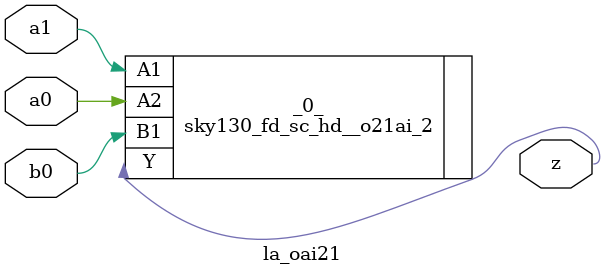
<source format=v>

module la_oai21(a0, a1, b0, z);
  input a0;
  input a1;
  input b0;
  output z;
  sky130_fd_sc_hd__o21ai_2 _0_ (
    .A1(a1),
    .A2(a0),
    .B1(b0),
    .Y(z)
  );
endmodule

</source>
